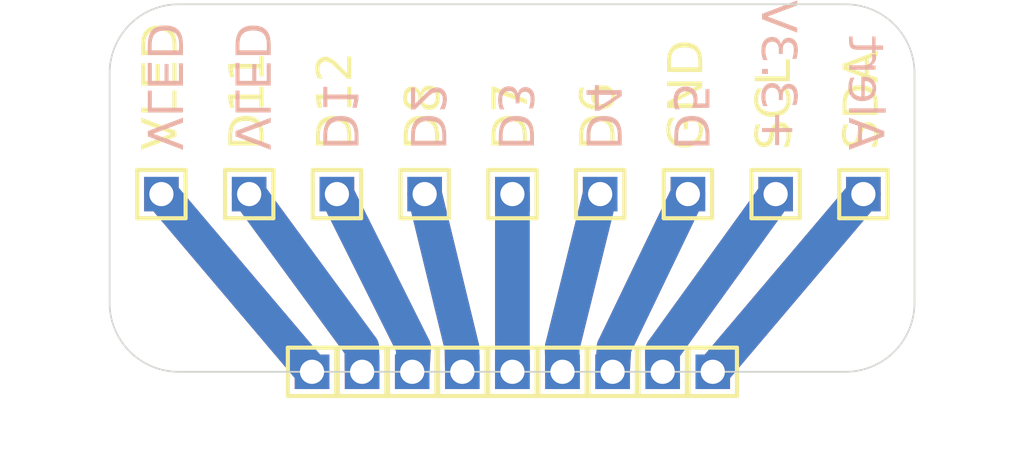
<source format=kicad_pcb>
(kicad_pcb (version 20240108) (generator "pcbnew") (generator_version "8.0")
  (title_block (title "besteLampe! LED Module E Castellation Test") (date "2024-11-12") (rev "3.0") (comment 1 "See  https://lenaschimmel.de/besteLampe! for the source and more information") (comment 2 "This source describes Open Hardware and is licensed under the CERN-OHL-S v2.") (comment 3 "Copyright 2024 Lena Schimmel <mail@lenaschimmel.de>") (comment 4 "Design for JLCPCB 4 Layer Service"))
  (layers (0 "F.Cu" signal) (1 "In1.Cu" signal) (2 "In2.Cu" signal) (31 "B.Cu" signal) (34 "B.Paste" user) (35 "F.Paste" user) (36 "B.SilkS" user "B.Silkscreen") (37 "F.SilkS" user "F.Silkscreen") (38 "B.Mask" user) (39 "F.Mask" user) (44 "Edge.Cuts" user))
  (net 0 "")
  (net 1 "GND")
  (net 2 "+4V")
  (net 3 "/SCL")
  (net 4 "/SDA")
  (net 5 "Net-(K2-Pin_1)")
  (net 6 "Net-(K3-Pin_1)")
  (net 7 "Net-(K4-Pin_1)")
  (net 8 "Net-(K5-Pin_1)")
  (net 9 "Net-(K6-Pin_1)")
  (footprint "TestPoint:TestPoint_THTPad_1.0x1.0mm_Drill0.5mm" (layer "F.Cu") (at 121.92 95.25)
    (property "Reference" "K4" (hide yes))
    (property "Value" "Conn_01x01")
    (fp_line (start -0.7 -0.7) (end 0.7 -0.7) (stroke (width 0.12)) (layer "F.SilkS"))
    (fp_line (start -0.7 0.7) (end -0.7 -0.7) (stroke (width 0.12)) (layer "F.SilkS"))
    (fp_line (start 0.7 -0.7) (end 0.7 0.7) (stroke (width 0.12)) (layer "F.SilkS"))
    (fp_line (start 0.7 0.7) (end -0.7 0.7) (stroke (width 0.12)) (layer "F.SilkS"))
    (pad "1" thru_hole rect (at 0 0) (size 1 1) (drill 0.7) (property pad_prop_castellated) (layers "*.Cu" "*.Mask") (net 7 "Net-(K4-Pin_1)"))
  )
  (footprint "TestPoint:TestPoint_THTPad_1.0x1.0mm_Drill0.5mm" (layer "F.Cu") (at 127 95.25)
    (property "Reference" "K6" (hide yes))
    (property "Value" "Conn_01x01")
    (fp_line (start -0.7 -0.7) (end 0.7 -0.7) (stroke (width 0.12)) (layer "F.SilkS"))
    (fp_line (start -0.7 0.7) (end -0.7 -0.7) (stroke (width 0.12)) (layer "F.SilkS"))
    (fp_line (start 0.7 -0.7) (end 0.7 0.7) (stroke (width 0.12)) (layer "F.SilkS"))
    (fp_line (start 0.7 0.7) (end -0.7 0.7) (stroke (width 0.12)) (layer "F.SilkS"))
    (pad "1" thru_hole rect (at 0 0) (size 1 1) (drill 0.7) (property pad_prop_castellated) (layers "*.Cu" "*.Mask") (net 9 "Net-(K6-Pin_1)"))
  )
  (footprint "TestPoint:TestPoint_THTPad_1.0x1.0mm_Drill0.5mm" (layer "F.Cu") (at 130.26 100.399999)
    (property "Reference" "K9" (hide yes))
    (property "Value" "Conn_01x01")
    (fp_line (start -0.7 -0.7) (end 0.7 -0.7) (stroke (width 0.12)) (layer "F.SilkS"))
    (fp_line (start -0.7 0.7) (end -0.7 -0.7) (stroke (width 0.12)) (layer "F.SilkS"))
    (fp_line (start 0.7 -0.7) (end 0.7 0.7) (stroke (width 0.12)) (layer "F.SilkS"))
    (fp_line (start 0.7 0.7) (end -0.7 0.7) (stroke (width 0.12)) (layer "F.SilkS"))
    (pad "1" thru_hole rect (at 0 0) (size 1 1) (drill 0.7) (property pad_prop_castellated) (layers "*.Cu" "*.Mask") (net 4 "/SDA"))
  )
  (footprint "TestPoint:TestPoint_THTPad_1.0x1.0mm_Drill0.5mm" (layer "F.Cu") (at 121.56 100.399999)
    (property "Reference" "K3" (hide yes))
    (property "Value" "Conn_01x01")
    (fp_line (start -0.7 -0.7) (end 0.7 -0.7) (stroke (width 0.12)) (layer "F.SilkS"))
    (fp_line (start -0.7 0.7) (end -0.7 -0.7) (stroke (width 0.12)) (layer "F.SilkS"))
    (fp_line (start 0.7 -0.7) (end 0.7 0.7) (stroke (width 0.12)) (layer "F.SilkS"))
    (fp_line (start 0.7 0.7) (end -0.7 0.7) (stroke (width 0.12)) (layer "F.SilkS"))
    (pad "1" thru_hole rect (at 0 0) (size 1 1) (drill 0.7) (property pad_prop_castellated) (layers "*.Cu" "*.Mask") (net 6 "Net-(K3-Pin_1)"))
  )
  (footprint "TestPoint:TestPoint_THTPad_1.0x1.0mm_Drill0.5mm" (layer "F.Cu") (at 119.38 95.25)
    (property "Reference" "K3" (hide yes))
    (property "Value" "Conn_01x01")
    (fp_line (start -0.7 -0.7) (end 0.7 -0.7) (stroke (width 0.12)) (layer "F.SilkS"))
    (fp_line (start -0.7 0.7) (end -0.7 -0.7) (stroke (width 0.12)) (layer "F.SilkS"))
    (fp_line (start 0.7 -0.7) (end 0.7 0.7) (stroke (width 0.12)) (layer "F.SilkS"))
    (fp_line (start 0.7 0.7) (end -0.7 0.7) (stroke (width 0.12)) (layer "F.SilkS"))
    (pad "1" thru_hole rect (at 0 0) (size 1 1) (drill 0.7) (property pad_prop_castellated) (layers "*.Cu" "*.Mask") (net 6 "Net-(K3-Pin_1)"))
  )
  (footprint "TestPoint:TestPoint_THTPad_1.0x1.0mm_Drill0.5mm" (layer "F.Cu") (at 125.91 100.4)
    (property "Reference" "K6" (hide yes))
    (property "Value" "Conn_01x01")
    (fp_line (start -0.7 -0.7) (end 0.7 -0.7) (stroke (width 0.12)) (layer "F.SilkS"))
    (fp_line (start -0.7 0.7) (end -0.7 -0.7) (stroke (width 0.12)) (layer "F.SilkS"))
    (fp_line (start 0.7 -0.7) (end 0.7 0.7) (stroke (width 0.12)) (layer "F.SilkS"))
    (fp_line (start 0.7 0.7) (end -0.7 0.7) (stroke (width 0.12)) (layer "F.SilkS"))
    (pad "1" thru_hole rect (at 0 0) (size 1 1) (drill 0.7) (property pad_prop_castellated) (layers "*.Cu" "*.Mask") (net 9 "Net-(K6-Pin_1)"))
  )
  (footprint "TestPoint:TestPoint_THTPad_1.0x1.0mm_Drill0.5mm" (layer "F.Cu") (at 124.46 95.25)
    (property "Reference" "K5" (hide yes))
    (property "Value" "Conn_01x01")
    (fp_line (start -0.7 -0.7) (end 0.7 -0.7) (stroke (width 0.12)) (layer "F.SilkS"))
    (fp_line (start -0.7 0.7) (end -0.7 -0.7) (stroke (width 0.12)) (layer "F.SilkS"))
    (fp_line (start 0.7 -0.7) (end 0.7 0.7) (stroke (width 0.12)) (layer "F.SilkS"))
    (fp_line (start 0.7 0.7) (end -0.7 0.7) (stroke (width 0.12)) (layer "F.SilkS"))
    (pad "1" thru_hole rect (at 0 0) (size 1 1) (drill 0.7) (property pad_prop_castellated) (layers "*.Cu" "*.Mask") (net 8 "Net-(K5-Pin_1)"))
  )
  (footprint "TestPoint:TestPoint_THTPad_1.0x1.0mm_Drill0.5mm" (layer "F.Cu") (at 129.54 95.25)
    (property "Reference" "K7" (hide yes))
    (property "Value" "Conn_01x01")
    (fp_line (start -0.7 -0.7) (end 0.7 -0.7) (stroke (width 0.12)) (layer "F.SilkS"))
    (fp_line (start -0.7 0.7) (end -0.7 -0.7) (stroke (width 0.12)) (layer "F.SilkS"))
    (fp_line (start 0.7 -0.7) (end 0.7 0.7) (stroke (width 0.12)) (layer "F.SilkS"))
    (fp_line (start 0.7 0.7) (end -0.7 0.7) (stroke (width 0.12)) (layer "F.SilkS"))
    (pad "1" thru_hole rect (at 0 0) (size 1 1) (drill 0.7) (property pad_prop_castellated) (layers "*.Cu" "*.Mask") (net 1 "GND"))
  )
  (footprint "TestPoint:TestPoint_THTPad_1.0x1.0mm_Drill0.5mm" (layer "F.Cu") (at 128.81 100.4)
    (property "Reference" "K8" (hide yes))
    (property "Value" "Conn_01x01")
    (fp_line (start -0.7 -0.7) (end 0.7 -0.7) (stroke (width 0.12)) (layer "F.SilkS"))
    (fp_line (start -0.7 0.7) (end -0.7 -0.7) (stroke (width 0.12)) (layer "F.SilkS"))
    (fp_line (start 0.7 -0.7) (end 0.7 0.7) (stroke (width 0.12)) (layer "F.SilkS"))
    (fp_line (start 0.7 0.7) (end -0.7 0.7) (stroke (width 0.12)) (layer "F.SilkS"))
    (pad "1" thru_hole rect (at 0 0) (size 1 1) (drill 0.7) (property pad_prop_castellated) (layers "*.Cu" "*.Mask") (net 3 "/SCL"))
  )
  (footprint "TestPoint:TestPoint_THTPad_1.0x1.0mm_Drill0.5mm" (layer "F.Cu") (at 120.11 100.399999)
    (property "Reference" "K2" (hide yes))
    (property "Value" "Conn_01x01")
    (fp_line (start -0.7 -0.7) (end 0.7 -0.7) (stroke (width 0.12)) (layer "F.SilkS"))
    (fp_line (start -0.7 0.7) (end -0.7 -0.7) (stroke (width 0.12)) (layer "F.SilkS"))
    (fp_line (start 0.7 -0.7) (end 0.7 0.7) (stroke (width 0.12)) (layer "F.SilkS"))
    (fp_line (start 0.7 0.7) (end -0.7 0.7) (stroke (width 0.12)) (layer "F.SilkS"))
    (pad "1" thru_hole rect (at 0 0) (size 1 1) (drill 0.7) (property pad_prop_castellated) (layers "*.Cu" "*.Mask") (net 5 "Net-(K2-Pin_1)"))
  )
  (footprint "TestPoint:TestPoint_THTPad_1.0x1.0mm_Drill0.5mm" (layer "F.Cu") (at 123.01 100.4)
    (property "Reference" "K4" (hide yes))
    (property "Value" "Conn_01x01")
    (fp_line (start -0.7 -0.7) (end 0.7 -0.7) (stroke (width 0.12)) (layer "F.SilkS"))
    (fp_line (start -0.7 0.7) (end -0.7 -0.7) (stroke (width 0.12)) (layer "F.SilkS"))
    (fp_line (start 0.7 -0.7) (end 0.7 0.7) (stroke (width 0.12)) (layer "F.SilkS"))
    (fp_line (start 0.7 0.7) (end -0.7 0.7) (stroke (width 0.12)) (layer "F.SilkS"))
    (pad "1" thru_hole rect (at 0 0) (size 1 1) (drill 0.7) (property pad_prop_castellated) (layers "*.Cu" "*.Mask") (net 7 "Net-(K4-Pin_1)"))
  )
  (footprint "TestPoint:TestPoint_THTPad_1.0x1.0mm_Drill0.5mm" (layer "F.Cu") (at 127.360001 100.399999)
    (property "Reference" "K7" (hide yes))
    (property "Value" "Conn_01x01")
    (fp_line (start -0.7 -0.7) (end 0.7 -0.7) (stroke (width 0.12)) (layer "F.SilkS"))
    (fp_line (start -0.7 0.7) (end -0.7 -0.7) (stroke (width 0.12)) (layer "F.SilkS"))
    (fp_line (start 0.7 -0.7) (end 0.7 0.7) (stroke (width 0.12)) (layer "F.SilkS"))
    (fp_line (start 0.7 0.7) (end -0.7 0.7) (stroke (width 0.12)) (layer "F.SilkS"))
    (pad "1" thru_hole rect (at 0 0) (size 1 1) (drill 0.7) (property pad_prop_castellated) (layers "*.Cu" "*.Mask") (net 1 "GND"))
  )
  (footprint "TestPoint:TestPoint_THTPad_1.0x1.0mm_Drill0.5mm" (layer "F.Cu") (at 114.3 95.25)
    (property "Reference" "K1" (hide yes))
    (property "Value" "Conn_01x01")
    (fp_line (start -0.7 -0.7) (end 0.7 -0.7) (stroke (width 0.12)) (layer "F.SilkS"))
    (fp_line (start -0.7 0.7) (end -0.7 -0.7) (stroke (width 0.12)) (layer "F.SilkS"))
    (fp_line (start 0.7 -0.7) (end 0.7 0.7) (stroke (width 0.12)) (layer "F.SilkS"))
    (fp_line (start 0.7 0.7) (end -0.7 0.7) (stroke (width 0.12)) (layer "F.SilkS"))
    (pad "1" thru_hole rect (at 0 0) (size 1 1) (drill 0.7) (property pad_prop_castellated) (layers "*.Cu" "*.Mask") (net 2 "+4V"))
  )
  (footprint "TestPoint:TestPoint_THTPad_1.0x1.0mm_Drill0.5mm" (layer "F.Cu") (at 134.62 95.25)
    (property "Reference" "K9" (hide yes))
    (property "Value" "Conn_01x01")
    (fp_line (start -0.7 -0.7) (end 0.7 -0.7) (stroke (width 0.12)) (layer "F.SilkS"))
    (fp_line (start -0.7 0.7) (end -0.7 -0.7) (stroke (width 0.12)) (layer "F.SilkS"))
    (fp_line (start 0.7 -0.7) (end 0.7 0.7) (stroke (width 0.12)) (layer "F.SilkS"))
    (fp_line (start 0.7 0.7) (end -0.7 0.7) (stroke (width 0.12)) (layer "F.SilkS"))
    (pad "1" thru_hole rect (at 0 0) (size 1 1) (drill 0.7) (property pad_prop_castellated) (layers "*.Cu" "*.Mask") (net 4 "/SDA"))
  )
  (footprint "TestPoint:TestPoint_THTPad_1.0x1.0mm_Drill0.5mm" (layer "F.Cu") (at 132.08 95.25)
    (property "Reference" "K8" (hide yes))
    (property "Value" "Conn_01x01")
    (fp_line (start -0.7 -0.7) (end 0.7 -0.7) (stroke (width 0.12)) (layer "F.SilkS"))
    (fp_line (start -0.7 0.7) (end -0.7 -0.7) (stroke (width 0.12)) (layer "F.SilkS"))
    (fp_line (start 0.7 -0.7) (end 0.7 0.7) (stroke (width 0.12)) (layer "F.SilkS"))
    (fp_line (start 0.7 0.7) (end -0.7 0.7) (stroke (width 0.12)) (layer "F.SilkS"))
    (pad "1" thru_hole rect (at 0 0) (size 1 1) (drill 0.7) (property pad_prop_castellated) (layers "*.Cu" "*.Mask") (net 3 "/SCL"))
  )
  (footprint "TestPoint:TestPoint_THTPad_1.0x1.0mm_Drill0.5mm" (layer "F.Cu") (at 116.84 95.25)
    (property "Reference" "K2" (hide yes))
    (property "Value" "Conn_01x01")
    (fp_line (start -0.7 -0.7) (end 0.7 -0.7) (stroke (width 0.12)) (layer "F.SilkS"))
    (fp_line (start -0.7 0.7) (end -0.7 -0.7) (stroke (width 0.12)) (layer "F.SilkS"))
    (fp_line (start 0.7 -0.7) (end 0.7 0.7) (stroke (width 0.12)) (layer "F.SilkS"))
    (fp_line (start 0.7 0.7) (end -0.7 0.7) (stroke (width 0.12)) (layer "F.SilkS"))
    (pad "1" thru_hole rect (at 0 0) (size 1 1) (drill 0.7) (property pad_prop_castellated) (layers "*.Cu" "*.Mask") (net 5 "Net-(K2-Pin_1)"))
  )
  (footprint "TestPoint:TestPoint_THTPad_1.0x1.0mm_Drill0.5mm" (layer "F.Cu") (at 118.660001 100.399999)
    (property "Reference" "K1" (hide yes))
    (property "Value" "Conn_01x01")
    (fp_line (start -0.7 -0.7) (end 0.7 -0.7) (stroke (width 0.12)) (layer "F.SilkS"))
    (fp_line (start -0.7 0.7) (end -0.7 -0.7) (stroke (width 0.12)) (layer "F.SilkS"))
    (fp_line (start 0.7 -0.7) (end 0.7 0.7) (stroke (width 0.12)) (layer "F.SilkS"))
    (fp_line (start 0.7 0.7) (end -0.7 0.7) (stroke (width 0.12)) (layer "F.SilkS"))
    (pad "1" thru_hole rect (at 0 0) (size 1 1) (drill 0.7) (property pad_prop_castellated) (layers "*.Cu" "*.Mask") (net 2 "+4V"))
  )
  (footprint "TestPoint:TestPoint_THTPad_1.0x1.0mm_Drill0.5mm" (layer "F.Cu") (at 124.46 100.4)
    (property "Reference" "K5" (hide yes))
    (property "Value" "Conn_01x01")
    (fp_line (start -0.7 -0.7) (end 0.7 -0.7) (stroke (width 0.12)) (layer "F.SilkS"))
    (fp_line (start -0.7 0.7) (end -0.7 -0.7) (stroke (width 0.12)) (layer "F.SilkS"))
    (fp_line (start 0.7 -0.7) (end 0.7 0.7) (stroke (width 0.12)) (layer "F.SilkS"))
    (fp_line (start 0.7 0.7) (end -0.7 0.7) (stroke (width 0.12)) (layer "F.SilkS"))
    (pad "1" thru_hole rect (at 0 0) (size 1 1) (drill 0.7) (property pad_prop_castellated) (layers "*.Cu" "*.Mask") (net 8 "Net-(K5-Pin_1)"))
  )
  (gr_line (start 114.8 89.75) (end 134.1 89.75) (stroke (width 0.05)) (layer "Edge.Cuts"))
  (gr_arc (start 136.1 98.4) (mid 135.514214 99.814214) (end 134.1 100.4) (stroke (width 0.05)) (layer "Edge.Cuts"))
  (gr_arc (start 134.1 89.75) (mid 135.514214 90.335786) (end 136.1 91.75) (stroke (width 0.05)) (layer "Edge.Cuts"))
  (gr_line (start 134.1 100.4) (end 114.8 100.4) (stroke (width 0.05)) (layer "Edge.Cuts"))
  (gr_arc (start 112.8 91.75) (mid 113.385786 90.335786) (end 114.8 89.75) (stroke (width 0.05)) (layer "Edge.Cuts"))
  (gr_arc (start 114.8 100.4) (mid 113.385786 99.814214) (end 112.8 98.4) (stroke (width 0.05)) (layer "Edge.Cuts"))
  (gr_line (start 136.1 91.75) (end 136.1 98.4) (stroke (width 0.05)) (layer "Edge.Cuts"))
  (gr_line (start 112.8 98.4) (end 112.8 91.75) (stroke (width 0.05)) (layer "Edge.Cuts"))
  (gr_text "Alert" (at 134.62 93.98 270) (layer "B.SilkS") (effects (font (size 1 1)) (justify left mirror)))
  (gr_text "VLED" (at 114.32 93.98 270) (layer "B.SilkS") (effects (font (size 1 1)) (justify left mirror)))
  (gr_text "D3" (at 124.48 93.98 270) (layer "B.SilkS") (effects (font (size 1 1)) (justify left mirror)))
  (gr_text "+3.3V" (at 132.1 93.98 270) (layer "B.SilkS") (effects (font (size 1 1)) (justify left mirror)))
  (gr_text "VLED" (at 116.86 93.98 270) (layer "B.SilkS") (effects (font (size 1 1)) (justify left mirror)))
  (gr_text "D1" (at 119.4 93.98 270) (layer "B.SilkS") (effects (font (size 1 1)) (justify left mirror)))
  (gr_text "D5" (at 129.56 93.98 270) (layer "B.SilkS") (effects (font (size 1 1)) (justify left mirror)))
  (gr_text "D2" (at 121.94 93.98 270) (layer "B.SilkS") (effects (font (size 1 1)) (justify left mirror)))
  (gr_text "D4" (at 127.02 93.98 270) (layer "B.SilkS") (effects (font (size 1 1)) (justify left mirror)))
  (gr_text "D6" (at 127 93.98 90) (layer "F.SilkS") (effects (font (size 1 1)) (justify left)))
  (gr_text "VLED" (at 114.32 93.98 90) (layer "F.SilkS") (effects (font (size 1 1)) (justify left)))
  (gr_text "D11" (at 116.84 93.98 90) (layer "F.SilkS") (effects (font (size 1 1)) (justify left)))
  (gr_text "D7" (at 124.46 93.98 90) (layer "F.SilkS") (effects (font (size 1 1)) (justify left)))
  (gr_text "D12" (at 119.38 93.98 90) (layer "F.SilkS") (effects (font (size 1 1)) (justify left)))
  (gr_text "SCL" (at 132.08 93.98 90) (layer "F.SilkS") (effects (font (size 1 1)) (justify left)))
  (gr_text "GND" (at 129.54 93.98 90) (layer "F.SilkS") (effects (font (size 1 1)) (justify left)))
  (gr_text "SDA" (at 134.62 93.98 90) (layer "F.SilkS") (effects (font (size 1 1)) (justify left)))
  (gr_text "D8" (at 121.92 93.98 90) (layer "F.SilkS") (effects (font (size 1 1)) (justify left)))
  (segment (start 127.360001 100.399999) (end 127.4 99.7) (width 1) (layer "F.Cu") (net 1))
  (segment (start 127.4 99.7) (end 129.54 95.25) (width 1) (layer "F.Cu") (net 1))
  (segment (start 127.4 99.7) (end 129.54 95.25) (width 1) (layer "B.Cu") (net 1))
  (segment (start 127.360001 100.399999) (end 127.4 99.7) (width 1) (layer "B.Cu") (net 1))
  (segment (start 118.660001 100.399999) (end 114.3 95.25) (width 1) (layer "F.Cu") (net 2))
  (segment (start 118.660001 100.399999) (end 114.3 95.25) (width 1) (layer "B.Cu") (net 2))
  (segment (start 128.8 99.8) (end 132.08 95.25) (width 1) (layer "F.Cu") (net 3))
  (segment (start 128.81 100.4) (end 128.8 99.8) (width 1) (layer "F.Cu") (net 3))
  (segment (start 128.8 99.8) (end 132.08 95.25) (width 1) (layer "B.Cu") (net 3))
  (segment (start 128.81 100.4) (end 128.8 99.8) (width 1) (layer "B.Cu") (net 3))
  (segment (start 130.26 100.399999) (end 134.62 95.25) (width 1) (layer "F.Cu") (net 4))
  (segment (start 130.26 100.399999) (end 134.62 95.25) (width 1) (layer "B.Cu") (net 4))
  (segment (start 120.11 100.399999) (end 120.1 99.7) (width 1) (layer "F.Cu") (net 5))
  (segment (start 120.1 99.7) (end 116.84 95.25) (width 1) (layer "F.Cu") (net 5))
  (segment (start 120.11 100.399999) (end 120.1 99.7) (width 1) (layer "B.Cu") (net 5))
  (segment (start 120.1 99.7) (end 116.84 95.25) (width 1) (layer "B.Cu") (net 5))
  (segment (start 121.6 99.7) (end 119.38 95.25) (width 1) (layer "F.Cu") (net 6))
  (segment (start 121.56 100.399999) (end 121.6 99.7) (width 1) (layer "F.Cu") (net 6))
  (segment (start 121.56 100.399999) (end 121.6 99.7) (width 1) (layer "B.Cu") (net 6))
  (segment (start 121.6 99.7) (end 119.38 95.25) (width 1) (layer "B.Cu") (net 6))
  (segment (start 123 99.7) (end 121.92 95.25) (width 1) (layer "F.Cu") (net 7))
  (segment (start 123.01 100.4) (end 123 99.7) (width 1) (layer "F.Cu") (net 7))
  (segment (start 123 99.7) (end 121.92 95.25) (width 1) (layer "B.Cu") (net 7))
  (segment (start 123.01 100.4) (end 123 99.7) (width 1) (layer "B.Cu") (net 7))
  (segment (start 124.46 100.4) (end 124.46 95.25) (width 1) (layer "F.Cu") (net 8))
  (segment (start 124.46 100.4) (end 124.46 95.25) (width 1) (layer "B.Cu") (net 8))
  (segment (start 125.9 99.7) (end 127 95.25) (width 1) (layer "F.Cu") (net 9))
  (segment (start 125.91 100.4) (end 125.9 99.7) (width 1) (layer "F.Cu") (net 9))
  (segment (start 125.91 100.4) (end 125.9 99.7) (width 1) (layer "B.Cu") (net 9))
  (segment (start 125.9 99.7) (end 127 95.25) (width 1) (layer "B.Cu") (net 9))
)
</source>
